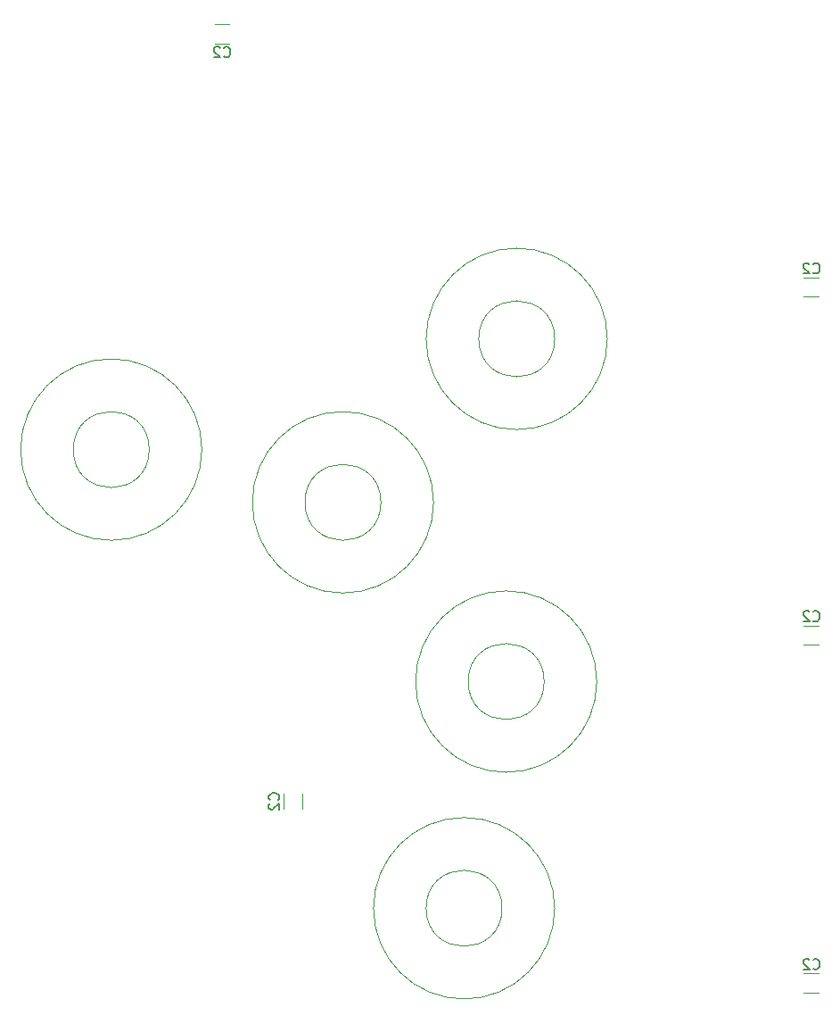
<source format=gbr>
%TF.GenerationSoftware,KiCad,Pcbnew,7.0.5-7.0.5~ubuntu22.04.1*%
%TF.CreationDate,2025-02-26T12:57:44+00:00*%
%TF.ProjectId,PBA0019-T50-6-trap,50424130-3031-4392-9d54-35302d362d74,1.0*%
%TF.SameCoordinates,Original*%
%TF.FileFunction,Legend,Bot*%
%TF.FilePolarity,Positive*%
%FSLAX46Y46*%
G04 Gerber Fmt 4.6, Leading zero omitted, Abs format (unit mm)*
G04 Created by KiCad (PCBNEW 7.0.5-7.0.5~ubuntu22.04.1) date 2025-02-26 12:57:44*
%MOMM*%
%LPD*%
G01*
G04 APERTURE LIST*
%ADD10C,0.120000*%
%ADD11C,0.150000*%
G04 APERTURE END LIST*
D10*
X140855551Y-125900000D02*
G75*
G03*
X140855551Y-125900000I-3605551J0D01*
G01*
X145852325Y-125900000D02*
G75*
G03*
X145852325Y-125900000I-8602325J0D01*
G01*
X144855551Y-104400000D02*
G75*
G03*
X144855551Y-104400000I-3605551J0D01*
G01*
X149852325Y-104400000D02*
G75*
G03*
X149852325Y-104400000I-8602325J0D01*
G01*
X145855551Y-71900000D02*
G75*
G03*
X145855551Y-71900000I-3605551J0D01*
G01*
X150852325Y-71900000D02*
G75*
G03*
X150852325Y-71900000I-8602325J0D01*
G01*
X107355551Y-82400000D02*
G75*
G03*
X107355551Y-82400000I-3605551J0D01*
G01*
X112352325Y-82400000D02*
G75*
G03*
X112352325Y-82400000I-8602325J0D01*
G01*
X129355551Y-87400000D02*
G75*
G03*
X129355551Y-87400000I-3605551J0D01*
G01*
X134352325Y-87400000D02*
G75*
G03*
X134352325Y-87400000I-8602325J0D01*
G01*
D11*
%TO.C,C2*%
X170391666Y-65609580D02*
X170439285Y-65657200D01*
X170439285Y-65657200D02*
X170582142Y-65704819D01*
X170582142Y-65704819D02*
X170677380Y-65704819D01*
X170677380Y-65704819D02*
X170820237Y-65657200D01*
X170820237Y-65657200D02*
X170915475Y-65561961D01*
X170915475Y-65561961D02*
X170963094Y-65466723D01*
X170963094Y-65466723D02*
X171010713Y-65276247D01*
X171010713Y-65276247D02*
X171010713Y-65133390D01*
X171010713Y-65133390D02*
X170963094Y-64942914D01*
X170963094Y-64942914D02*
X170915475Y-64847676D01*
X170915475Y-64847676D02*
X170820237Y-64752438D01*
X170820237Y-64752438D02*
X170677380Y-64704819D01*
X170677380Y-64704819D02*
X170582142Y-64704819D01*
X170582142Y-64704819D02*
X170439285Y-64752438D01*
X170439285Y-64752438D02*
X170391666Y-64800057D01*
X170010713Y-64800057D02*
X169963094Y-64752438D01*
X169963094Y-64752438D02*
X169867856Y-64704819D01*
X169867856Y-64704819D02*
X169629761Y-64704819D01*
X169629761Y-64704819D02*
X169534523Y-64752438D01*
X169534523Y-64752438D02*
X169486904Y-64800057D01*
X169486904Y-64800057D02*
X169439285Y-64895295D01*
X169439285Y-64895295D02*
X169439285Y-64990533D01*
X169439285Y-64990533D02*
X169486904Y-65133390D01*
X169486904Y-65133390D02*
X170058332Y-65704819D01*
X170058332Y-65704819D02*
X169439285Y-65704819D01*
X170391666Y-98609580D02*
X170439285Y-98657200D01*
X170439285Y-98657200D02*
X170582142Y-98704819D01*
X170582142Y-98704819D02*
X170677380Y-98704819D01*
X170677380Y-98704819D02*
X170820237Y-98657200D01*
X170820237Y-98657200D02*
X170915475Y-98561961D01*
X170915475Y-98561961D02*
X170963094Y-98466723D01*
X170963094Y-98466723D02*
X171010713Y-98276247D01*
X171010713Y-98276247D02*
X171010713Y-98133390D01*
X171010713Y-98133390D02*
X170963094Y-97942914D01*
X170963094Y-97942914D02*
X170915475Y-97847676D01*
X170915475Y-97847676D02*
X170820237Y-97752438D01*
X170820237Y-97752438D02*
X170677380Y-97704819D01*
X170677380Y-97704819D02*
X170582142Y-97704819D01*
X170582142Y-97704819D02*
X170439285Y-97752438D01*
X170439285Y-97752438D02*
X170391666Y-97800057D01*
X170010713Y-97800057D02*
X169963094Y-97752438D01*
X169963094Y-97752438D02*
X169867856Y-97704819D01*
X169867856Y-97704819D02*
X169629761Y-97704819D01*
X169629761Y-97704819D02*
X169534523Y-97752438D01*
X169534523Y-97752438D02*
X169486904Y-97800057D01*
X169486904Y-97800057D02*
X169439285Y-97895295D01*
X169439285Y-97895295D02*
X169439285Y-97990533D01*
X169439285Y-97990533D02*
X169486904Y-98133390D01*
X169486904Y-98133390D02*
X170058332Y-98704819D01*
X170058332Y-98704819D02*
X169439285Y-98704819D01*
X170391666Y-131609580D02*
X170439285Y-131657200D01*
X170439285Y-131657200D02*
X170582142Y-131704819D01*
X170582142Y-131704819D02*
X170677380Y-131704819D01*
X170677380Y-131704819D02*
X170820237Y-131657200D01*
X170820237Y-131657200D02*
X170915475Y-131561961D01*
X170915475Y-131561961D02*
X170963094Y-131466723D01*
X170963094Y-131466723D02*
X171010713Y-131276247D01*
X171010713Y-131276247D02*
X171010713Y-131133390D01*
X171010713Y-131133390D02*
X170963094Y-130942914D01*
X170963094Y-130942914D02*
X170915475Y-130847676D01*
X170915475Y-130847676D02*
X170820237Y-130752438D01*
X170820237Y-130752438D02*
X170677380Y-130704819D01*
X170677380Y-130704819D02*
X170582142Y-130704819D01*
X170582142Y-130704819D02*
X170439285Y-130752438D01*
X170439285Y-130752438D02*
X170391666Y-130800057D01*
X170010713Y-130800057D02*
X169963094Y-130752438D01*
X169963094Y-130752438D02*
X169867856Y-130704819D01*
X169867856Y-130704819D02*
X169629761Y-130704819D01*
X169629761Y-130704819D02*
X169534523Y-130752438D01*
X169534523Y-130752438D02*
X169486904Y-130800057D01*
X169486904Y-130800057D02*
X169439285Y-130895295D01*
X169439285Y-130895295D02*
X169439285Y-130990533D01*
X169439285Y-130990533D02*
X169486904Y-131133390D01*
X169486904Y-131133390D02*
X170058332Y-131704819D01*
X170058332Y-131704819D02*
X169439285Y-131704819D01*
X119609580Y-115608333D02*
X119657200Y-115560714D01*
X119657200Y-115560714D02*
X119704819Y-115417857D01*
X119704819Y-115417857D02*
X119704819Y-115322619D01*
X119704819Y-115322619D02*
X119657200Y-115179762D01*
X119657200Y-115179762D02*
X119561961Y-115084524D01*
X119561961Y-115084524D02*
X119466723Y-115036905D01*
X119466723Y-115036905D02*
X119276247Y-114989286D01*
X119276247Y-114989286D02*
X119133390Y-114989286D01*
X119133390Y-114989286D02*
X118942914Y-115036905D01*
X118942914Y-115036905D02*
X118847676Y-115084524D01*
X118847676Y-115084524D02*
X118752438Y-115179762D01*
X118752438Y-115179762D02*
X118704819Y-115322619D01*
X118704819Y-115322619D02*
X118704819Y-115417857D01*
X118704819Y-115417857D02*
X118752438Y-115560714D01*
X118752438Y-115560714D02*
X118800057Y-115608333D01*
X118800057Y-115989286D02*
X118752438Y-116036905D01*
X118752438Y-116036905D02*
X118704819Y-116132143D01*
X118704819Y-116132143D02*
X118704819Y-116370238D01*
X118704819Y-116370238D02*
X118752438Y-116465476D01*
X118752438Y-116465476D02*
X118800057Y-116513095D01*
X118800057Y-116513095D02*
X118895295Y-116560714D01*
X118895295Y-116560714D02*
X118990533Y-116560714D01*
X118990533Y-116560714D02*
X119133390Y-116513095D01*
X119133390Y-116513095D02*
X119704819Y-115941667D01*
X119704819Y-115941667D02*
X119704819Y-116560714D01*
X114441666Y-45109580D02*
X114489285Y-45157200D01*
X114489285Y-45157200D02*
X114632142Y-45204819D01*
X114632142Y-45204819D02*
X114727380Y-45204819D01*
X114727380Y-45204819D02*
X114870237Y-45157200D01*
X114870237Y-45157200D02*
X114965475Y-45061961D01*
X114965475Y-45061961D02*
X115013094Y-44966723D01*
X115013094Y-44966723D02*
X115060713Y-44776247D01*
X115060713Y-44776247D02*
X115060713Y-44633390D01*
X115060713Y-44633390D02*
X115013094Y-44442914D01*
X115013094Y-44442914D02*
X114965475Y-44347676D01*
X114965475Y-44347676D02*
X114870237Y-44252438D01*
X114870237Y-44252438D02*
X114727380Y-44204819D01*
X114727380Y-44204819D02*
X114632142Y-44204819D01*
X114632142Y-44204819D02*
X114489285Y-44252438D01*
X114489285Y-44252438D02*
X114441666Y-44300057D01*
X114060713Y-44300057D02*
X114013094Y-44252438D01*
X114013094Y-44252438D02*
X113917856Y-44204819D01*
X113917856Y-44204819D02*
X113679761Y-44204819D01*
X113679761Y-44204819D02*
X113584523Y-44252438D01*
X113584523Y-44252438D02*
X113536904Y-44300057D01*
X113536904Y-44300057D02*
X113489285Y-44395295D01*
X113489285Y-44395295D02*
X113489285Y-44490533D01*
X113489285Y-44490533D02*
X113536904Y-44633390D01*
X113536904Y-44633390D02*
X114108332Y-45204819D01*
X114108332Y-45204819D02*
X113489285Y-45204819D01*
D10*
X170936252Y-67910000D02*
X169513748Y-67910000D01*
X170936252Y-66090000D02*
X169513748Y-66090000D01*
X170936252Y-99090000D02*
X169513748Y-99090000D01*
X170936252Y-100910000D02*
X169513748Y-100910000D01*
X170936252Y-132090000D02*
X169513748Y-132090000D01*
X170936252Y-133910000D02*
X169513748Y-133910000D01*
X121910000Y-115063748D02*
X121910000Y-116486252D01*
X120090000Y-115063748D02*
X120090000Y-116486252D01*
X113563748Y-43910000D02*
X114986252Y-43910000D01*
X113563748Y-42090000D02*
X114986252Y-42090000D01*
%TD*%
M02*

</source>
